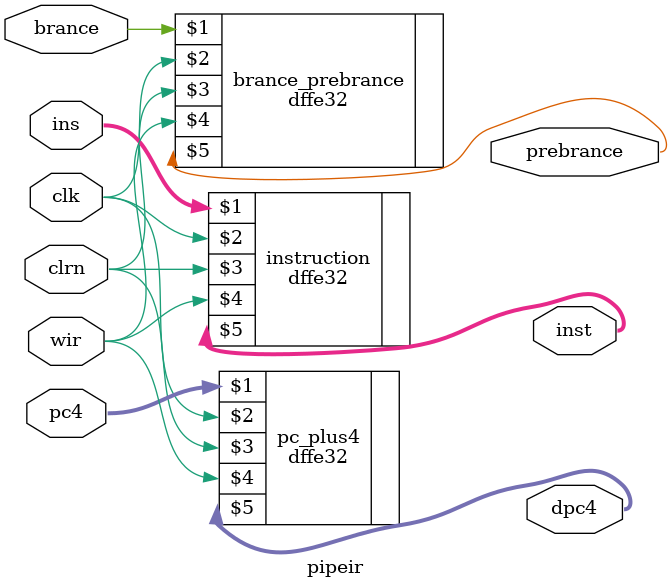
<source format=v>
`timescale 1ns / 1ps
module pipeir(pc4, ins, wir, clk, clrn, dpc4, inst, brance, prebrance);
    input [31:0] pc4, ins;
    input wir, clk, clrn;
    input brance;
    output [31:0] dpc4, inst;
    output prebrance;
    dffe32 pc_plus4 (pc4, clk, clrn, wir, dpc4);
    dffe32 instruction (ins,clk, clrn, wir, inst);
    dffe32 brance_prebrance(brance, clk, clrn, wir, prebrance);

endmodule
</source>
